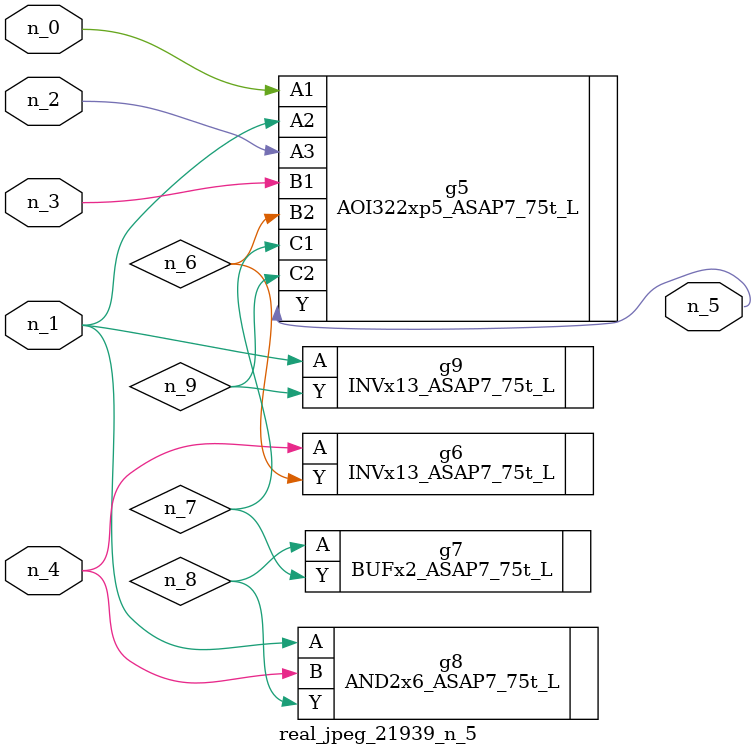
<source format=v>
module real_jpeg_21939_n_5 (n_4, n_0, n_1, n_2, n_3, n_5);

input n_4;
input n_0;
input n_1;
input n_2;
input n_3;

output n_5;

wire n_8;
wire n_6;
wire n_7;
wire n_9;

AOI322xp5_ASAP7_75t_L g5 ( 
.A1(n_0),
.A2(n_1),
.A3(n_2),
.B1(n_3),
.B2(n_6),
.C1(n_7),
.C2(n_9),
.Y(n_5)
);

AND2x6_ASAP7_75t_L g8 ( 
.A(n_1),
.B(n_4),
.Y(n_8)
);

INVx13_ASAP7_75t_L g9 ( 
.A(n_1),
.Y(n_9)
);

INVx13_ASAP7_75t_L g6 ( 
.A(n_4),
.Y(n_6)
);

BUFx2_ASAP7_75t_L g7 ( 
.A(n_8),
.Y(n_7)
);


endmodule
</source>
